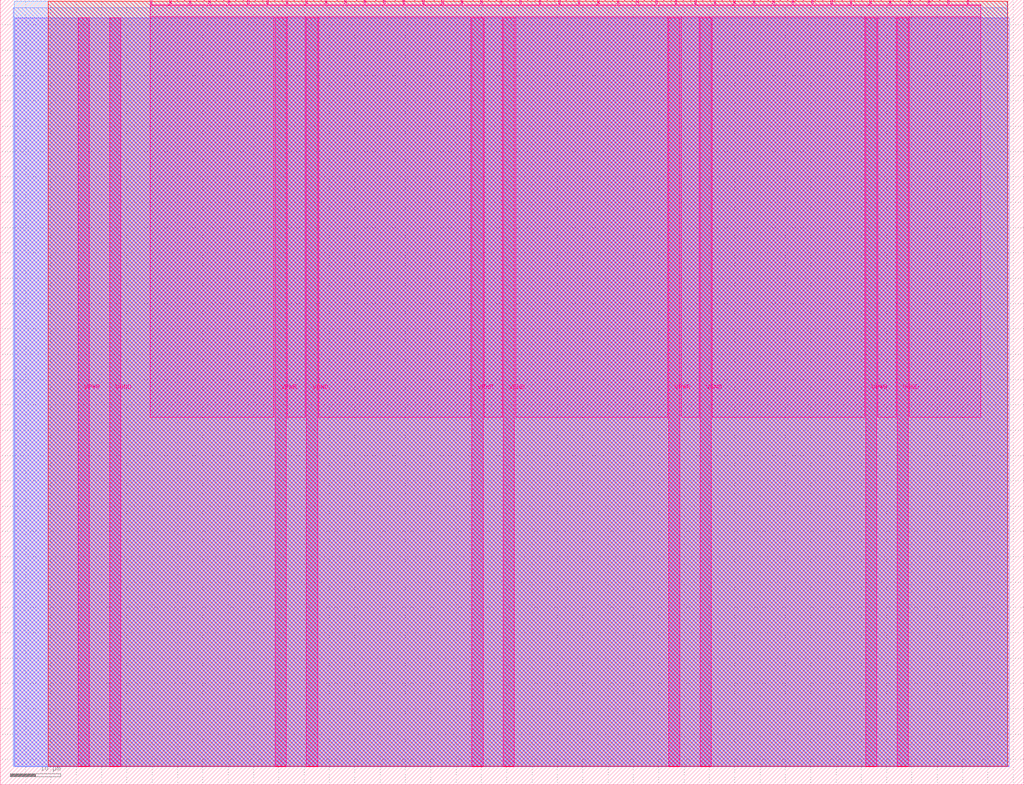
<source format=lef>
VERSION 5.7 ;
  NOWIREEXTENSIONATPIN ON ;
  DIVIDERCHAR "/" ;
  BUSBITCHARS "[]" ;
MACRO tt_um_rebeccargb_tt09ball_screensaver
  CLASS BLOCK ;
  FOREIGN tt_um_rebeccargb_tt09ball_screensaver ;
  ORIGIN 0.000 0.000 ;
  SIZE 202.080 BY 154.980 ;
  PIN VGND
    DIRECTION INOUT ;
    USE GROUND ;
    PORT
      LAYER Metal5 ;
        RECT 21.580 3.560 23.780 151.420 ;
    END
    PORT
      LAYER Metal5 ;
        RECT 60.450 3.560 62.650 151.420 ;
    END
    PORT
      LAYER Metal5 ;
        RECT 99.320 3.560 101.520 151.420 ;
    END
    PORT
      LAYER Metal5 ;
        RECT 138.190 3.560 140.390 151.420 ;
    END
    PORT
      LAYER Metal5 ;
        RECT 177.060 3.560 179.260 151.420 ;
    END
  END VGND
  PIN VPWR
    DIRECTION INOUT ;
    USE POWER ;
    PORT
      LAYER Metal5 ;
        RECT 15.380 3.560 17.580 151.420 ;
    END
    PORT
      LAYER Metal5 ;
        RECT 54.250 3.560 56.450 151.420 ;
    END
    PORT
      LAYER Metal5 ;
        RECT 93.120 3.560 95.320 151.420 ;
    END
    PORT
      LAYER Metal5 ;
        RECT 131.990 3.560 134.190 151.420 ;
    END
    PORT
      LAYER Metal5 ;
        RECT 170.860 3.560 173.060 151.420 ;
    END
  END VPWR
  PIN clk
    DIRECTION INPUT ;
    USE SIGNAL ;
    ANTENNAGATEAREA 0.213200 ;
    PORT
      LAYER Metal5 ;
        RECT 187.050 153.980 187.350 154.980 ;
    END
  END clk
  PIN ena
    DIRECTION INPUT ;
    USE SIGNAL ;
    PORT
      LAYER Metal5 ;
        RECT 190.890 153.980 191.190 154.980 ;
    END
  END ena
  PIN rst_n
    DIRECTION INPUT ;
    USE SIGNAL ;
    ANTENNAGATEAREA 0.639600 ;
    PORT
      LAYER Metal5 ;
        RECT 183.210 153.980 183.510 154.980 ;
    END
  END rst_n
  PIN ui_in[0]
    DIRECTION INPUT ;
    USE SIGNAL ;
    ANTENNAGATEAREA 0.213200 ;
    PORT
      LAYER Metal5 ;
        RECT 179.370 153.980 179.670 154.980 ;
    END
  END ui_in[0]
  PIN ui_in[1]
    DIRECTION INPUT ;
    USE SIGNAL ;
    ANTENNAGATEAREA 0.213200 ;
    PORT
      LAYER Metal5 ;
        RECT 175.530 153.980 175.830 154.980 ;
    END
  END ui_in[1]
  PIN ui_in[2]
    DIRECTION INPUT ;
    USE SIGNAL ;
    PORT
      LAYER Metal5 ;
        RECT 171.690 153.980 171.990 154.980 ;
    END
  END ui_in[2]
  PIN ui_in[3]
    DIRECTION INPUT ;
    USE SIGNAL ;
    PORT
      LAYER Metal5 ;
        RECT 167.850 153.980 168.150 154.980 ;
    END
  END ui_in[3]
  PIN ui_in[4]
    DIRECTION INPUT ;
    USE SIGNAL ;
    PORT
      LAYER Metal5 ;
        RECT 164.010 153.980 164.310 154.980 ;
    END
  END ui_in[4]
  PIN ui_in[5]
    DIRECTION INPUT ;
    USE SIGNAL ;
    PORT
      LAYER Metal5 ;
        RECT 160.170 153.980 160.470 154.980 ;
    END
  END ui_in[5]
  PIN ui_in[6]
    DIRECTION INPUT ;
    USE SIGNAL ;
    PORT
      LAYER Metal5 ;
        RECT 156.330 153.980 156.630 154.980 ;
    END
  END ui_in[6]
  PIN ui_in[7]
    DIRECTION INPUT ;
    USE SIGNAL ;
    PORT
      LAYER Metal5 ;
        RECT 152.490 153.980 152.790 154.980 ;
    END
  END ui_in[7]
  PIN uio_in[0]
    DIRECTION INPUT ;
    USE SIGNAL ;
    PORT
      LAYER Metal5 ;
        RECT 148.650 153.980 148.950 154.980 ;
    END
  END uio_in[0]
  PIN uio_in[1]
    DIRECTION INPUT ;
    USE SIGNAL ;
    PORT
      LAYER Metal5 ;
        RECT 144.810 153.980 145.110 154.980 ;
    END
  END uio_in[1]
  PIN uio_in[2]
    DIRECTION INPUT ;
    USE SIGNAL ;
    PORT
      LAYER Metal5 ;
        RECT 140.970 153.980 141.270 154.980 ;
    END
  END uio_in[2]
  PIN uio_in[3]
    DIRECTION INPUT ;
    USE SIGNAL ;
    PORT
      LAYER Metal5 ;
        RECT 137.130 153.980 137.430 154.980 ;
    END
  END uio_in[3]
  PIN uio_in[4]
    DIRECTION INPUT ;
    USE SIGNAL ;
    PORT
      LAYER Metal5 ;
        RECT 133.290 153.980 133.590 154.980 ;
    END
  END uio_in[4]
  PIN uio_in[5]
    DIRECTION INPUT ;
    USE SIGNAL ;
    PORT
      LAYER Metal5 ;
        RECT 129.450 153.980 129.750 154.980 ;
    END
  END uio_in[5]
  PIN uio_in[6]
    DIRECTION INPUT ;
    USE SIGNAL ;
    PORT
      LAYER Metal5 ;
        RECT 125.610 153.980 125.910 154.980 ;
    END
  END uio_in[6]
  PIN uio_in[7]
    DIRECTION INPUT ;
    USE SIGNAL ;
    PORT
      LAYER Metal5 ;
        RECT 121.770 153.980 122.070 154.980 ;
    END
  END uio_in[7]
  PIN uio_oe[0]
    DIRECTION OUTPUT ;
    USE SIGNAL ;
    ANTENNADIFFAREA 0.299200 ;
    PORT
      LAYER Metal5 ;
        RECT 56.490 153.980 56.790 154.980 ;
    END
  END uio_oe[0]
  PIN uio_oe[1]
    DIRECTION OUTPUT ;
    USE SIGNAL ;
    ANTENNADIFFAREA 0.299200 ;
    PORT
      LAYER Metal5 ;
        RECT 52.650 153.980 52.950 154.980 ;
    END
  END uio_oe[1]
  PIN uio_oe[2]
    DIRECTION OUTPUT ;
    USE SIGNAL ;
    ANTENNADIFFAREA 0.299200 ;
    PORT
      LAYER Metal5 ;
        RECT 48.810 153.980 49.110 154.980 ;
    END
  END uio_oe[2]
  PIN uio_oe[3]
    DIRECTION OUTPUT ;
    USE SIGNAL ;
    ANTENNADIFFAREA 0.299200 ;
    PORT
      LAYER Metal5 ;
        RECT 44.970 153.980 45.270 154.980 ;
    END
  END uio_oe[3]
  PIN uio_oe[4]
    DIRECTION OUTPUT ;
    USE SIGNAL ;
    ANTENNADIFFAREA 0.299200 ;
    PORT
      LAYER Metal5 ;
        RECT 41.130 153.980 41.430 154.980 ;
    END
  END uio_oe[4]
  PIN uio_oe[5]
    DIRECTION OUTPUT ;
    USE SIGNAL ;
    ANTENNADIFFAREA 0.299200 ;
    PORT
      LAYER Metal5 ;
        RECT 37.290 153.980 37.590 154.980 ;
    END
  END uio_oe[5]
  PIN uio_oe[6]
    DIRECTION OUTPUT ;
    USE SIGNAL ;
    ANTENNADIFFAREA 0.299200 ;
    PORT
      LAYER Metal5 ;
        RECT 33.450 153.980 33.750 154.980 ;
    END
  END uio_oe[6]
  PIN uio_oe[7]
    DIRECTION OUTPUT ;
    USE SIGNAL ;
    ANTENNADIFFAREA 0.299200 ;
    PORT
      LAYER Metal5 ;
        RECT 29.610 153.980 29.910 154.980 ;
    END
  END uio_oe[7]
  PIN uio_out[0]
    DIRECTION OUTPUT ;
    USE SIGNAL ;
    ANTENNADIFFAREA 0.299200 ;
    PORT
      LAYER Metal5 ;
        RECT 87.210 153.980 87.510 154.980 ;
    END
  END uio_out[0]
  PIN uio_out[1]
    DIRECTION OUTPUT ;
    USE SIGNAL ;
    ANTENNADIFFAREA 0.299200 ;
    PORT
      LAYER Metal5 ;
        RECT 83.370 153.980 83.670 154.980 ;
    END
  END uio_out[1]
  PIN uio_out[2]
    DIRECTION OUTPUT ;
    USE SIGNAL ;
    ANTENNADIFFAREA 0.299200 ;
    PORT
      LAYER Metal5 ;
        RECT 79.530 153.980 79.830 154.980 ;
    END
  END uio_out[2]
  PIN uio_out[3]
    DIRECTION OUTPUT ;
    USE SIGNAL ;
    ANTENNADIFFAREA 0.299200 ;
    PORT
      LAYER Metal5 ;
        RECT 75.690 153.980 75.990 154.980 ;
    END
  END uio_out[3]
  PIN uio_out[4]
    DIRECTION OUTPUT ;
    USE SIGNAL ;
    ANTENNADIFFAREA 0.299200 ;
    PORT
      LAYER Metal5 ;
        RECT 71.850 153.980 72.150 154.980 ;
    END
  END uio_out[4]
  PIN uio_out[5]
    DIRECTION OUTPUT ;
    USE SIGNAL ;
    ANTENNADIFFAREA 0.299200 ;
    PORT
      LAYER Metal5 ;
        RECT 68.010 153.980 68.310 154.980 ;
    END
  END uio_out[5]
  PIN uio_out[6]
    DIRECTION OUTPUT ;
    USE SIGNAL ;
    ANTENNADIFFAREA 0.299200 ;
    PORT
      LAYER Metal5 ;
        RECT 64.170 153.980 64.470 154.980 ;
    END
  END uio_out[6]
  PIN uio_out[7]
    DIRECTION OUTPUT ;
    USE SIGNAL ;
    ANTENNADIFFAREA 0.299200 ;
    PORT
      LAYER Metal5 ;
        RECT 60.330 153.980 60.630 154.980 ;
    END
  END uio_out[7]
  PIN uo_out[0]
    DIRECTION OUTPUT ;
    USE SIGNAL ;
    ANTENNADIFFAREA 0.632400 ;
    PORT
      LAYER Metal5 ;
        RECT 117.930 153.980 118.230 154.980 ;
    END
  END uo_out[0]
  PIN uo_out[1]
    DIRECTION OUTPUT ;
    USE SIGNAL ;
    ANTENNADIFFAREA 0.632400 ;
    PORT
      LAYER Metal5 ;
        RECT 114.090 153.980 114.390 154.980 ;
    END
  END uo_out[1]
  PIN uo_out[2]
    DIRECTION OUTPUT ;
    USE SIGNAL ;
    ANTENNADIFFAREA 0.654800 ;
    PORT
      LAYER Metal5 ;
        RECT 110.250 153.980 110.550 154.980 ;
    END
  END uo_out[2]
  PIN uo_out[3]
    DIRECTION OUTPUT ;
    USE SIGNAL ;
    ANTENNADIFFAREA 0.654800 ;
    PORT
      LAYER Metal5 ;
        RECT 106.410 153.980 106.710 154.980 ;
    END
  END uo_out[3]
  PIN uo_out[4]
    DIRECTION OUTPUT ;
    USE SIGNAL ;
    ANTENNADIFFAREA 0.632400 ;
    PORT
      LAYER Metal5 ;
        RECT 102.570 153.980 102.870 154.980 ;
    END
  END uo_out[4]
  PIN uo_out[5]
    DIRECTION OUTPUT ;
    USE SIGNAL ;
    ANTENNADIFFAREA 0.632400 ;
    PORT
      LAYER Metal5 ;
        RECT 98.730 153.980 99.030 154.980 ;
    END
  END uo_out[5]
  PIN uo_out[6]
    DIRECTION OUTPUT ;
    USE SIGNAL ;
    ANTENNAGATEAREA 0.180700 ;
    ANTENNADIFFAREA 0.632400 ;
    PORT
      LAYER Metal5 ;
        RECT 94.890 153.980 95.190 154.980 ;
    END
  END uo_out[6]
  PIN uo_out[7]
    DIRECTION OUTPUT ;
    USE SIGNAL ;
    ANTENNADIFFAREA 0.654800 ;
    PORT
      LAYER Metal5 ;
        RECT 91.050 153.980 91.350 154.980 ;
    END
  END uo_out[7]
  OBS
      LAYER GatPoly ;
        RECT 2.880 3.630 199.200 151.350 ;
      LAYER Metal1 ;
        RECT 2.880 3.560 199.200 151.420 ;
      LAYER Metal2 ;
        RECT 2.535 3.680 198.865 153.400 ;
      LAYER Metal3 ;
        RECT 2.780 3.635 198.820 154.705 ;
      LAYER Metal4 ;
        RECT 9.455 3.680 198.865 154.660 ;
      LAYER Metal5 ;
        RECT 30.120 153.770 33.240 153.980 ;
        RECT 33.960 153.770 37.080 153.980 ;
        RECT 37.800 153.770 40.920 153.980 ;
        RECT 41.640 153.770 44.760 153.980 ;
        RECT 45.480 153.770 48.600 153.980 ;
        RECT 49.320 153.770 52.440 153.980 ;
        RECT 53.160 153.770 56.280 153.980 ;
        RECT 57.000 153.770 60.120 153.980 ;
        RECT 60.840 153.770 63.960 153.980 ;
        RECT 64.680 153.770 67.800 153.980 ;
        RECT 68.520 153.770 71.640 153.980 ;
        RECT 72.360 153.770 75.480 153.980 ;
        RECT 76.200 153.770 79.320 153.980 ;
        RECT 80.040 153.770 83.160 153.980 ;
        RECT 83.880 153.770 87.000 153.980 ;
        RECT 87.720 153.770 90.840 153.980 ;
        RECT 91.560 153.770 94.680 153.980 ;
        RECT 95.400 153.770 98.520 153.980 ;
        RECT 99.240 153.770 102.360 153.980 ;
        RECT 103.080 153.770 106.200 153.980 ;
        RECT 106.920 153.770 110.040 153.980 ;
        RECT 110.760 153.770 113.880 153.980 ;
        RECT 114.600 153.770 117.720 153.980 ;
        RECT 118.440 153.770 121.560 153.980 ;
        RECT 122.280 153.770 125.400 153.980 ;
        RECT 126.120 153.770 129.240 153.980 ;
        RECT 129.960 153.770 133.080 153.980 ;
        RECT 133.800 153.770 136.920 153.980 ;
        RECT 137.640 153.770 140.760 153.980 ;
        RECT 141.480 153.770 144.600 153.980 ;
        RECT 145.320 153.770 148.440 153.980 ;
        RECT 149.160 153.770 152.280 153.980 ;
        RECT 153.000 153.770 156.120 153.980 ;
        RECT 156.840 153.770 159.960 153.980 ;
        RECT 160.680 153.770 163.800 153.980 ;
        RECT 164.520 153.770 167.640 153.980 ;
        RECT 168.360 153.770 171.480 153.980 ;
        RECT 172.200 153.770 175.320 153.980 ;
        RECT 176.040 153.770 179.160 153.980 ;
        RECT 179.880 153.770 183.000 153.980 ;
        RECT 183.720 153.770 186.840 153.980 ;
        RECT 187.560 153.770 190.680 153.980 ;
        RECT 191.400 153.770 193.540 153.980 ;
        RECT 29.660 151.630 193.540 153.770 ;
        RECT 29.660 72.515 54.040 151.630 ;
        RECT 56.660 72.515 60.240 151.630 ;
        RECT 62.860 72.515 92.910 151.630 ;
        RECT 95.530 72.515 99.110 151.630 ;
        RECT 101.730 72.515 131.780 151.630 ;
        RECT 134.400 72.515 137.980 151.630 ;
        RECT 140.600 72.515 170.650 151.630 ;
        RECT 173.270 72.515 176.850 151.630 ;
        RECT 179.470 72.515 193.540 151.630 ;
  END
END tt_um_rebeccargb_tt09ball_screensaver
END LIBRARY


</source>
